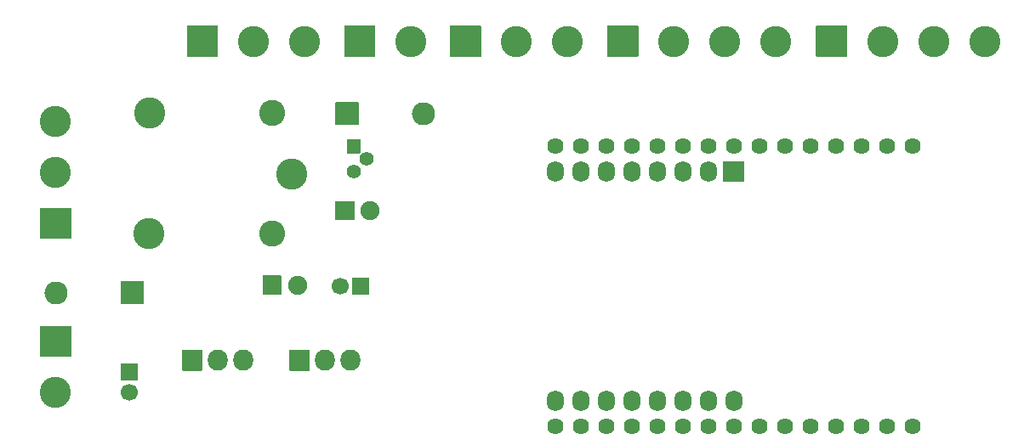
<source format=gbs>
%TF.GenerationSoftware,KiCad,Pcbnew,5.1.10*%
%TF.CreationDate,2021-06-17T09:11:18+01:00*%
%TF.ProjectId,controller,636f6e74-726f-46c6-9c65-722e6b696361,V0.2*%
%TF.SameCoordinates,Original*%
%TF.FileFunction,Soldermask,Bot*%
%TF.FilePolarity,Negative*%
%FSLAX46Y46*%
G04 Gerber Fmt 4.6, Leading zero omitted, Abs format (unit mm)*
G04 Created by KiCad (PCBNEW 5.1.10) date 2021-06-17 09:11:18*
%MOMM*%
%LPD*%
G01*
G04 APERTURE LIST*
%ADD10C,1.624000*%
%ADD11O,1.700000X2.100000*%
%ADD12C,1.900000*%
%ADD13C,1.700000*%
%ADD14O,2.300000X2.300000*%
%ADD15C,3.100000*%
%ADD16C,1.400000*%
%ADD17O,2.005000X2.100000*%
%ADD18C,2.600000*%
G04 APERTURE END LIST*
D10*
X234655000Y-109125000D03*
X232115000Y-109125000D03*
X229575000Y-109125000D03*
X227035000Y-109125000D03*
X224495000Y-109125000D03*
X221955000Y-109125000D03*
X219415000Y-109125000D03*
X216875000Y-109125000D03*
X214335000Y-109125000D03*
X211795000Y-109125000D03*
X209255000Y-109125000D03*
X206715000Y-109125000D03*
X204175000Y-109125000D03*
X201635000Y-109125000D03*
X199095000Y-109125000D03*
X199095000Y-81185000D03*
X201635000Y-81185000D03*
X204175000Y-81185000D03*
X206715000Y-81185000D03*
X209255000Y-81185000D03*
X211795000Y-81185000D03*
X214335000Y-81185000D03*
X216875000Y-81185000D03*
X219415000Y-81185000D03*
X221955000Y-81185000D03*
X224495000Y-81185000D03*
X227035000Y-81185000D03*
X229575000Y-81185000D03*
X232115000Y-81185000D03*
X234655000Y-81185000D03*
D11*
X216875000Y-106585000D03*
X214335000Y-106585000D03*
X211795000Y-106585000D03*
X209255000Y-106585000D03*
X206715000Y-106585000D03*
X204175000Y-106585000D03*
X201635000Y-106585000D03*
X199095000Y-106585000D03*
X199095000Y-83725000D03*
X201635000Y-83725000D03*
X204175000Y-83725000D03*
X206715000Y-83725000D03*
X209255000Y-83725000D03*
X211795000Y-83725000D03*
G36*
G01*
X215875000Y-82675000D02*
X217875000Y-82675000D01*
G75*
G02*
X217925000Y-82725000I0J-50000D01*
G01*
X217925000Y-84725000D01*
G75*
G02*
X217875000Y-84775000I-50000J0D01*
G01*
X215875000Y-84775000D01*
G75*
G02*
X215825000Y-84725000I0J50000D01*
G01*
X215825000Y-82725000D01*
G75*
G02*
X215875000Y-82675000I50000J0D01*
G01*
G37*
X214335000Y-83725000D03*
D12*
X180700500Y-87604000D03*
G36*
G01*
X177210500Y-88504000D02*
X177210500Y-86704000D01*
G75*
G02*
X177260500Y-86654000I50000J0D01*
G01*
X179060500Y-86654000D01*
G75*
G02*
X179110500Y-86704000I0J-50000D01*
G01*
X179110500Y-88504000D01*
G75*
G02*
X179060500Y-88554000I-50000J0D01*
G01*
X177260500Y-88554000D01*
G75*
G02*
X177210500Y-88504000I0J50000D01*
G01*
G37*
D13*
X177711100Y-95173800D03*
G36*
G01*
X180561100Y-94373800D02*
X180561100Y-95973800D01*
G75*
G02*
X180511100Y-96023800I-50000J0D01*
G01*
X178911100Y-96023800D01*
G75*
G02*
X178861100Y-95973800I0J50000D01*
G01*
X178861100Y-94373800D01*
G75*
G02*
X178911100Y-94323800I50000J0D01*
G01*
X180511100Y-94323800D01*
G75*
G02*
X180561100Y-94373800I0J-50000D01*
G01*
G37*
G36*
G01*
X169953900Y-95946800D02*
X169953900Y-94146800D01*
G75*
G02*
X170003900Y-94096800I50000J0D01*
G01*
X171803900Y-94096800D01*
G75*
G02*
X171853900Y-94146800I0J-50000D01*
G01*
X171853900Y-95946800D01*
G75*
G02*
X171803900Y-95996800I-50000J0D01*
G01*
X170003900Y-95996800D01*
G75*
G02*
X169953900Y-95946800I0J50000D01*
G01*
G37*
D12*
X173443900Y-95046800D03*
G36*
G01*
X177222500Y-79064200D02*
X177222500Y-76864200D01*
G75*
G02*
X177272500Y-76814200I50000J0D01*
G01*
X179472500Y-76814200D01*
G75*
G02*
X179522500Y-76864200I0J-50000D01*
G01*
X179522500Y-79064200D01*
G75*
G02*
X179472500Y-79114200I-50000J0D01*
G01*
X177272500Y-79114200D01*
G75*
G02*
X177222500Y-79064200I0J50000D01*
G01*
G37*
D14*
X185992500Y-77964200D03*
X149380000Y-95830000D03*
G36*
G01*
X158150000Y-94730000D02*
X158150000Y-96930000D01*
G75*
G02*
X158100000Y-96980000I-50000J0D01*
G01*
X155900000Y-96980000D01*
G75*
G02*
X155850000Y-96930000I0J50000D01*
G01*
X155850000Y-94730000D01*
G75*
G02*
X155900000Y-94680000I50000J0D01*
G01*
X158100000Y-94680000D01*
G75*
G02*
X158150000Y-94730000I0J-50000D01*
G01*
G37*
G36*
G01*
X178078800Y-72239000D02*
X178078800Y-69239000D01*
G75*
G02*
X178128800Y-69189000I50000J0D01*
G01*
X181128800Y-69189000D01*
G75*
G02*
X181178800Y-69239000I0J-50000D01*
G01*
X181178800Y-72239000D01*
G75*
G02*
X181128800Y-72289000I-50000J0D01*
G01*
X178128800Y-72289000D01*
G75*
G02*
X178078800Y-72239000I0J50000D01*
G01*
G37*
D15*
X184708800Y-70739000D03*
X221081600Y-70739000D03*
G36*
G01*
X204291600Y-72239000D02*
X204291600Y-69239000D01*
G75*
G02*
X204341600Y-69189000I50000J0D01*
G01*
X207341600Y-69189000D01*
G75*
G02*
X207391600Y-69239000I0J-50000D01*
G01*
X207391600Y-72239000D01*
G75*
G02*
X207341600Y-72289000I-50000J0D01*
G01*
X204341600Y-72289000D01*
G75*
G02*
X204291600Y-72239000I0J50000D01*
G01*
G37*
X216001600Y-70739000D03*
X210921600Y-70739000D03*
G36*
G01*
X162432400Y-72239000D02*
X162432400Y-69239000D01*
G75*
G02*
X162482400Y-69189000I50000J0D01*
G01*
X165482400Y-69189000D01*
G75*
G02*
X165532400Y-69239000I0J-50000D01*
G01*
X165532400Y-72239000D01*
G75*
G02*
X165482400Y-72289000I-50000J0D01*
G01*
X162482400Y-72289000D01*
G75*
G02*
X162432400Y-72239000I0J50000D01*
G01*
G37*
X169062400Y-70739000D03*
X174142400Y-70739000D03*
X241846100Y-70739000D03*
G36*
G01*
X225056100Y-72239000D02*
X225056100Y-69239000D01*
G75*
G02*
X225106100Y-69189000I50000J0D01*
G01*
X228106100Y-69189000D01*
G75*
G02*
X228156100Y-69239000I0J-50000D01*
G01*
X228156100Y-72239000D01*
G75*
G02*
X228106100Y-72289000I-50000J0D01*
G01*
X225106100Y-72289000D01*
G75*
G02*
X225056100Y-72239000I0J50000D01*
G01*
G37*
X236766100Y-70739000D03*
X231686100Y-70739000D03*
X149360000Y-105752900D03*
G36*
G01*
X147860000Y-99122900D02*
X150860000Y-99122900D01*
G75*
G02*
X150910000Y-99172900I0J-50000D01*
G01*
X150910000Y-102172900D01*
G75*
G02*
X150860000Y-102222900I-50000J0D01*
G01*
X147860000Y-102222900D01*
G75*
G02*
X147810000Y-102172900I0J50000D01*
G01*
X147810000Y-99172900D01*
G75*
G02*
X147860000Y-99122900I50000J0D01*
G01*
G37*
X149360000Y-78750000D03*
X149360000Y-83830000D03*
G36*
G01*
X150860000Y-90460000D02*
X147860000Y-90460000D01*
G75*
G02*
X147810000Y-90410000I0J50000D01*
G01*
X147810000Y-87410000D01*
G75*
G02*
X147860000Y-87360000I50000J0D01*
G01*
X150860000Y-87360000D01*
G75*
G02*
X150910000Y-87410000I0J-50000D01*
G01*
X150910000Y-90410000D01*
G75*
G02*
X150860000Y-90460000I-50000J0D01*
G01*
G37*
D16*
X180302900Y-82485400D03*
X179032900Y-83755400D03*
G36*
G01*
X178382900Y-80515400D02*
X179682900Y-80515400D01*
G75*
G02*
X179732900Y-80565400I0J-50000D01*
G01*
X179732900Y-81865400D01*
G75*
G02*
X179682900Y-81915400I-50000J0D01*
G01*
X178382900Y-81915400D01*
G75*
G02*
X178332900Y-81865400I0J50000D01*
G01*
X178332900Y-80565400D01*
G75*
G02*
X178382900Y-80515400I50000J0D01*
G01*
G37*
D17*
X178740000Y-102539800D03*
X176200000Y-102539800D03*
G36*
G01*
X172657500Y-103539800D02*
X172657500Y-101539800D01*
G75*
G02*
X172707500Y-101489800I50000J0D01*
G01*
X174612500Y-101489800D01*
G75*
G02*
X174662500Y-101539800I0J-50000D01*
G01*
X174662500Y-103539800D01*
G75*
G02*
X174612500Y-103589800I-50000J0D01*
G01*
X172707500Y-103589800D01*
G75*
G02*
X172657500Y-103539800I0J50000D01*
G01*
G37*
G36*
G01*
X161963900Y-103539800D02*
X161963900Y-101539800D01*
G75*
G02*
X162013900Y-101489800I50000J0D01*
G01*
X163918900Y-101489800D01*
G75*
G02*
X163968900Y-101539800I0J-50000D01*
G01*
X163968900Y-103539800D01*
G75*
G02*
X163918900Y-103589800I-50000J0D01*
G01*
X162013900Y-103589800D01*
G75*
G02*
X161963900Y-103539800I0J50000D01*
G01*
G37*
X165506400Y-102539800D03*
X168046400Y-102539800D03*
G36*
G01*
X155910000Y-102870000D02*
X157510000Y-102870000D01*
G75*
G02*
X157560000Y-102920000I0J-50000D01*
G01*
X157560000Y-104520000D01*
G75*
G02*
X157510000Y-104570000I-50000J0D01*
G01*
X155910000Y-104570000D01*
G75*
G02*
X155860000Y-104520000I0J50000D01*
G01*
X155860000Y-102920000D01*
G75*
G02*
X155910000Y-102870000I50000J0D01*
G01*
G37*
D13*
X156710000Y-105720000D03*
G36*
G01*
X188632500Y-72239000D02*
X188632500Y-69239000D01*
G75*
G02*
X188682500Y-69189000I50000J0D01*
G01*
X191682500Y-69189000D01*
G75*
G02*
X191732500Y-69239000I0J-50000D01*
G01*
X191732500Y-72239000D01*
G75*
G02*
X191682500Y-72289000I-50000J0D01*
G01*
X188682500Y-72289000D01*
G75*
G02*
X188632500Y-72239000I0J50000D01*
G01*
G37*
D15*
X195262500Y-70739000D03*
X200342500Y-70739000D03*
D18*
X170936100Y-77895900D03*
D15*
X158736100Y-77895900D03*
X158686100Y-89945900D03*
D18*
X170936100Y-89895900D03*
D15*
X172886100Y-83945900D03*
M02*

</source>
